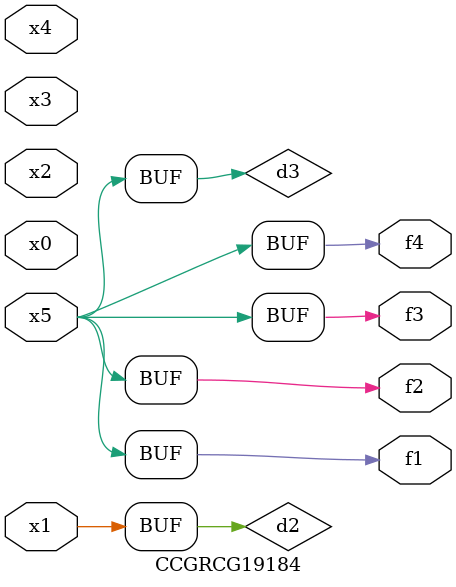
<source format=v>
module CCGRCG19184(
	input x0, x1, x2, x3, x4, x5,
	output f1, f2, f3, f4
);

	wire d1, d2, d3;

	not (d1, x5);
	or (d2, x1);
	xnor (d3, d1);
	assign f1 = d3;
	assign f2 = d3;
	assign f3 = d3;
	assign f4 = d3;
endmodule

</source>
